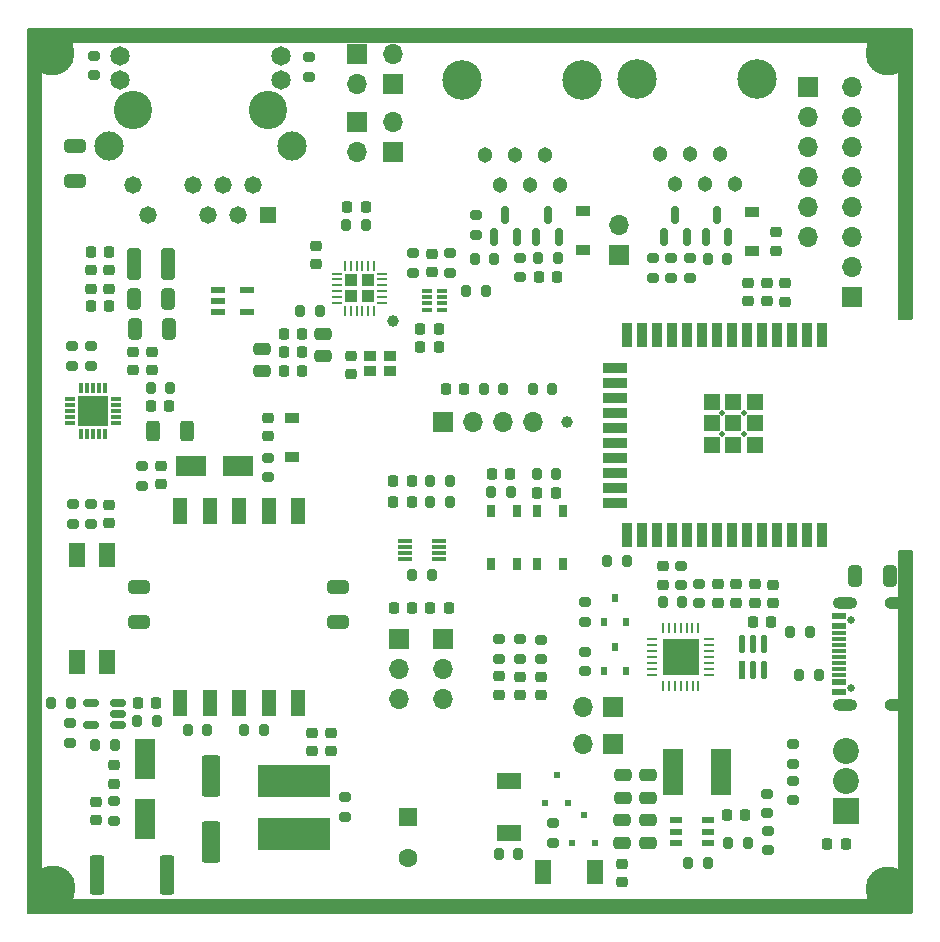
<source format=gbr>
%TF.GenerationSoftware,KiCad,Pcbnew,(6.0.9)*%
%TF.CreationDate,2023-01-10T19:03:16+01:00*%
%TF.ProjectId,P1_shield_board,50315f73-6869-4656-9c64-5f626f617264,V1.0*%
%TF.SameCoordinates,Original*%
%TF.FileFunction,Soldermask,Top*%
%TF.FilePolarity,Negative*%
%FSLAX46Y46*%
G04 Gerber Fmt 4.6, Leading zero omitted, Abs format (unit mm)*
G04 Created by KiCad (PCBNEW (6.0.9)) date 2023-01-10 19:03:16*
%MOMM*%
%LPD*%
G01*
G04 APERTURE LIST*
G04 Aperture macros list*
%AMRoundRect*
0 Rectangle with rounded corners*
0 $1 Rounding radius*
0 $2 $3 $4 $5 $6 $7 $8 $9 X,Y pos of 4 corners*
0 Add a 4 corners polygon primitive as box body*
4,1,4,$2,$3,$4,$5,$6,$7,$8,$9,$2,$3,0*
0 Add four circle primitives for the rounded corners*
1,1,$1+$1,$2,$3*
1,1,$1+$1,$4,$5*
1,1,$1+$1,$6,$7*
1,1,$1+$1,$8,$9*
0 Add four rect primitives between the rounded corners*
20,1,$1+$1,$2,$3,$4,$5,0*
20,1,$1+$1,$4,$5,$6,$7,0*
20,1,$1+$1,$6,$7,$8,$9,0*
20,1,$1+$1,$8,$9,$2,$3,0*%
G04 Aperture macros list end*
%ADD10RoundRect,0.200000X0.275000X-0.200000X0.275000X0.200000X-0.275000X0.200000X-0.275000X-0.200000X0*%
%ADD11RoundRect,0.200000X0.200000X0.275000X-0.200000X0.275000X-0.200000X-0.275000X0.200000X-0.275000X0*%
%ADD12R,1.200000X0.900000*%
%ADD13RoundRect,0.250000X-0.475000X0.250000X-0.475000X-0.250000X0.475000X-0.250000X0.475000X0.250000X0*%
%ADD14RoundRect,0.225000X0.225000X0.250000X-0.225000X0.250000X-0.225000X-0.250000X0.225000X-0.250000X0*%
%ADD15RoundRect,0.200000X-0.200000X-0.275000X0.200000X-0.275000X0.200000X0.275000X-0.200000X0.275000X0*%
%ADD16RoundRect,0.225000X0.250000X-0.225000X0.250000X0.225000X-0.250000X0.225000X-0.250000X-0.225000X0*%
%ADD17RoundRect,0.150000X0.150000X-0.587500X0.150000X0.587500X-0.150000X0.587500X-0.150000X-0.587500X0*%
%ADD18RoundRect,0.225000X-0.250000X0.225000X-0.250000X-0.225000X0.250000X-0.225000X0.250000X0.225000X0*%
%ADD19RoundRect,0.250000X-0.325000X-0.650000X0.325000X-0.650000X0.325000X0.650000X-0.325000X0.650000X0*%
%ADD20R,1.003300X0.558800*%
%ADD21R,2.200000X2.200000*%
%ADD22C,2.200000*%
%ADD23R,1.700000X1.700000*%
%ADD24O,1.700000X1.700000*%
%ADD25R,1.800000X3.500000*%
%ADD26R,1.600000X1.600000*%
%ADD27C,1.600000*%
%ADD28R,1.400000X2.100000*%
%ADD29RoundRect,0.225000X-0.225000X-0.250000X0.225000X-0.250000X0.225000X0.250000X-0.225000X0.250000X0*%
%ADD30R,0.700000X1.000000*%
%ADD31RoundRect,0.200000X-0.275000X0.200000X-0.275000X-0.200000X0.275000X-0.200000X0.275000X0.200000X0*%
%ADD32C,1.000000*%
%ADD33R,2.500000X1.800000*%
%ADD34R,0.569807X1.554139*%
%ADD35RoundRect,0.284904X-0.000001X-0.492165X-0.000001X0.492165X0.000001X0.492165X0.000001X-0.492165X0*%
%ADD36R,0.508000X0.508000*%
%ADD37RoundRect,0.250000X-0.362500X-1.425000X0.362500X-1.425000X0.362500X1.425000X-0.362500X1.425000X0*%
%ADD38C,3.800000*%
%ADD39C,0.660400*%
%ADD40R,1.143000X0.584200*%
%ADD41R,1.143000X0.304800*%
%ADD42O,1.800000X1.000000*%
%ADD43O,2.100000X1.000000*%
%ADD44R,0.900000X2.000000*%
%ADD45R,2.000000X0.900000*%
%ADD46R,1.330000X1.330000*%
%ADD47C,0.500000*%
%ADD48RoundRect,0.250000X-0.650000X0.325000X-0.650000X-0.325000X0.650000X-0.325000X0.650000X0.325000X0*%
%ADD49R,6.100000X2.700000*%
%ADD50RoundRect,0.218750X-0.218750X-0.256250X0.218750X-0.256250X0.218750X0.256250X-0.218750X0.256250X0*%
%ADD51RoundRect,0.250000X0.475000X-0.250000X0.475000X0.250000X-0.475000X0.250000X-0.475000X-0.250000X0*%
%ADD52RoundRect,0.218750X0.218750X0.256250X-0.218750X0.256250X-0.218750X-0.256250X0.218750X-0.256250X0*%
%ADD53RoundRect,0.218750X0.256250X-0.218750X0.256250X0.218750X-0.256250X0.218750X-0.256250X-0.218750X0*%
%ADD54C,3.250000*%
%ADD55R,1.478000X1.478000*%
%ADD56C,1.478000*%
%ADD57C,1.650000*%
%ADD58C,2.475000*%
%ADD59R,0.600000X0.800000*%
%ADD60C,3.350000*%
%ADD61C,1.303000*%
%ADD62RoundRect,0.250000X-0.325000X-1.100000X0.325000X-1.100000X0.325000X1.100000X-0.325000X1.100000X0*%
%ADD63RoundRect,0.088500X-0.516500X-0.206500X0.516500X-0.206500X0.516500X0.206500X-0.516500X0.206500X0*%
%ADD64R,1.701800X3.937000*%
%ADD65R,2.100000X1.400000*%
%ADD66RoundRect,0.218750X-0.256250X0.218750X-0.256250X-0.218750X0.256250X-0.218750X0.256250X0.218750X0*%
%ADD67R,0.239283X0.909637*%
%ADD68RoundRect,0.119642X-0.000001X-0.335176X-0.000001X0.335176X0.000001X0.335176X0.000001X-0.335176X0*%
%ADD69RoundRect,0.119642X0.335176X0.000001X0.335176X-0.000001X-0.335176X-0.000001X-0.335176X0.000001X0*%
%ADD70R,1.123000X1.123000*%
%ADD71R,1.100000X0.900000*%
%ADD72R,1.270000X2.209800*%
%ADD73RoundRect,0.008100X0.551900X0.126900X-0.551900X0.126900X-0.551900X-0.126900X0.551900X-0.126900X0*%
%ADD74RoundRect,0.250000X-0.550000X1.500000X-0.550000X-1.500000X0.550000X-1.500000X0.550000X1.500000X0*%
%ADD75RoundRect,0.250000X-0.312500X-0.625000X0.312500X-0.625000X0.312500X0.625000X-0.312500X0.625000X0*%
%ADD76R,0.900000X0.254000*%
%ADD77R,0.254000X0.900000*%
%ADD78R,3.100000X3.100000*%
%ADD79RoundRect,0.150000X0.512500X0.150000X-0.512500X0.150000X-0.512500X-0.150000X0.512500X-0.150000X0*%
%ADD80RoundRect,0.250000X0.325000X0.650000X-0.325000X0.650000X-0.325000X-0.650000X0.325000X-0.650000X0*%
%ADD81R,1.440000X2.090000*%
%ADD82R,0.840000X0.430000*%
%ADD83R,0.840000X0.330000*%
%ADD84RoundRect,0.007800X0.412200X0.122200X-0.412200X0.122200X-0.412200X-0.122200X0.412200X-0.122200X0*%
%ADD85RoundRect,0.007800X-0.122200X0.412200X-0.122200X-0.412200X0.122200X-0.412200X0.122200X0.412200X0*%
%ADD86R,2.600000X2.600000*%
G04 APERTURE END LIST*
D10*
%TO.C,R11*%
X65100200Y-26606000D03*
X65100200Y-24956000D03*
%TD*%
D11*
%TO.C,R36*%
X74688200Y-82016600D03*
X73038200Y-82016600D03*
%TD*%
D12*
%TO.C,D9*%
X81838800Y-55621916D03*
X81838800Y-58921916D03*
%TD*%
D10*
%TO.C,R72*%
X124256800Y-84899000D03*
X124256800Y-83249000D03*
%TD*%
D13*
%TO.C,C19*%
X109880400Y-85867200D03*
X109880400Y-87767200D03*
%TD*%
D14*
%TO.C,C10*%
X94275000Y-49580800D03*
X92725000Y-49580800D03*
%TD*%
D15*
%TO.C,R69*%
X98082600Y-53187600D03*
X99732600Y-53187600D03*
%TD*%
D14*
%TO.C,C21*%
X66383200Y-41579800D03*
X64833200Y-41579800D03*
%TD*%
D16*
%TO.C,C29*%
X79806800Y-57157916D03*
X79806800Y-55607916D03*
%TD*%
D17*
%TO.C,Q8*%
X98983800Y-40281950D03*
X100883800Y-40281950D03*
X99933800Y-38406950D03*
%TD*%
D16*
%TO.C,C13*%
X117932200Y-71234800D03*
X117932200Y-69684800D03*
%TD*%
D18*
%TO.C,C31*%
X66344800Y-62979000D03*
X66344800Y-64529000D03*
%TD*%
D10*
%TO.C,R78*%
X103962200Y-91553800D03*
X103962200Y-89903800D03*
%TD*%
D19*
%TO.C,C25*%
X68529200Y-48056800D03*
X71479200Y-48056800D03*
%TD*%
D20*
%TO.C,U5*%
X114338100Y-89677199D03*
X114338100Y-90627200D03*
X114338100Y-91577201D03*
X117043200Y-91577201D03*
X117043200Y-90627200D03*
X117043200Y-89677199D03*
%TD*%
D12*
%TO.C,D13*%
X120827800Y-41451800D03*
X120827800Y-38151800D03*
%TD*%
D16*
%TO.C,C16*%
X122552200Y-71261600D03*
X122552200Y-69711600D03*
%TD*%
%TO.C,C17*%
X113258600Y-69710600D03*
X113258600Y-68160600D03*
%TD*%
D21*
%TO.C,J10*%
X128778000Y-88849200D03*
D22*
X128778000Y-86309200D03*
X128778000Y-83769200D03*
%TD*%
D23*
%TO.C,JP8*%
X109072600Y-80086200D03*
D24*
X106532600Y-80086200D03*
%TD*%
D25*
%TO.C,D11*%
X69443600Y-89520400D03*
X69443600Y-84520400D03*
%TD*%
D10*
%TO.C,R50*%
X97409000Y-40090950D03*
X97409000Y-38440950D03*
%TD*%
D17*
%TO.C,Q5*%
X116880600Y-40282100D03*
X118780600Y-40282100D03*
X117830600Y-38407100D03*
%TD*%
D26*
%TO.C,C38*%
X91668600Y-89380949D03*
D27*
X91668600Y-92880949D03*
%TD*%
D28*
%TO.C,D6*%
X107508400Y-94005400D03*
X103108400Y-94005400D03*
%TD*%
D14*
%TO.C,C51*%
X95136000Y-71704200D03*
X93586000Y-71704200D03*
%TD*%
D18*
%TO.C,C39*%
X83566000Y-82283000D03*
X83566000Y-83833000D03*
%TD*%
D16*
%TO.C,C14*%
X119456200Y-71234800D03*
X119456200Y-69684800D03*
%TD*%
D23*
%TO.C,J7*%
X125577600Y-27609800D03*
D24*
X125577600Y-30149800D03*
X125577600Y-32689800D03*
X125577600Y-35229800D03*
X125577600Y-37769800D03*
X125577600Y-40309800D03*
%TD*%
D23*
%TO.C,JP7*%
X109072600Y-83235800D03*
D24*
X106532600Y-83235800D03*
%TD*%
D11*
%TO.C,R70*%
X100393000Y-61883300D03*
X98743000Y-61883300D03*
%TD*%
D16*
%TO.C,C8*%
X93675200Y-43243800D03*
X93675200Y-41693800D03*
%TD*%
D23*
%TO.C,J11*%
X90957400Y-74310000D03*
D24*
X90957400Y-76850000D03*
X90957400Y-79390000D03*
%TD*%
D29*
%TO.C,C47*%
X98767600Y-60325000D03*
X100317600Y-60325000D03*
%TD*%
D11*
%TO.C,R24*%
X117055400Y-93268800D03*
X115405400Y-93268800D03*
%TD*%
%TO.C,R79*%
X104365600Y-42087650D03*
X102715600Y-42087650D03*
%TD*%
D30*
%TO.C,SW1*%
X98721600Y-67959800D03*
X98721600Y-63459800D03*
X100871600Y-67959800D03*
X100871600Y-63459800D03*
%TD*%
D10*
%TO.C,R49*%
X113969800Y-43725600D03*
X113969800Y-42075600D03*
%TD*%
D31*
%TO.C,R45*%
X115544600Y-42063400D03*
X115544600Y-43713400D03*
%TD*%
D16*
%TO.C,C46*%
X120472600Y-45727200D03*
X120472600Y-44177200D03*
%TD*%
D11*
%TO.C,R26*%
X95211400Y-62738000D03*
X93561400Y-62738000D03*
%TD*%
D10*
%TO.C,R10*%
X83261200Y-26733000D03*
X83261200Y-25083000D03*
%TD*%
D31*
%TO.C,R27*%
X63246000Y-49517800D03*
X63246000Y-51167800D03*
%TD*%
D11*
%TO.C,R22*%
X114896400Y-71221600D03*
X113246400Y-71221600D03*
%TD*%
D32*
%TO.C,TP3*%
X90424000Y-47400000D03*
%TD*%
D33*
%TO.C,D10*%
X73329800Y-59684916D03*
X77329800Y-59684916D03*
%TD*%
D34*
%TO.C,D4*%
X119950000Y-76925417D03*
D35*
X120900001Y-76925417D03*
X121850001Y-76925417D03*
X121850001Y-74774582D03*
X120900001Y-74774582D03*
X119950000Y-74774582D03*
%TD*%
D17*
%TO.C,Q7*%
X113375400Y-40282100D03*
X115275400Y-40282100D03*
X114325400Y-38407100D03*
%TD*%
D23*
%TO.C,J12*%
X94665800Y-74310000D03*
D24*
X94665800Y-76850000D03*
X94665800Y-79390000D03*
%TD*%
D31*
%TO.C,R14*%
X99415600Y-74346800D03*
X99415600Y-75996800D03*
%TD*%
%TO.C,R33*%
X63296800Y-62929000D03*
X63296800Y-64579000D03*
%TD*%
D11*
%TO.C,R38*%
X70421000Y-81229200D03*
X68771000Y-81229200D03*
%TD*%
D36*
%TO.C,Q3*%
X103316999Y-88234800D03*
X105217001Y-88234800D03*
X104267000Y-85847200D03*
%TD*%
D18*
%TO.C,C36*%
X65227200Y-88125000D03*
X65227200Y-89675000D03*
%TD*%
D31*
%TO.C,R37*%
X66802000Y-88075000D03*
X66802000Y-89725000D03*
%TD*%
D37*
%TO.C,R1*%
X65338100Y-94310200D03*
X71263100Y-94310200D03*
%TD*%
D16*
%TO.C,C45*%
X122047400Y-45727200D03*
X122047400Y-44177200D03*
%TD*%
D38*
%TO.C,H3*%
X61569600Y-24739600D03*
%TD*%
D15*
%TO.C,R61*%
X82563200Y-46532800D03*
X84213200Y-46532800D03*
%TD*%
D14*
%TO.C,C6*%
X82715400Y-49987200D03*
X81165400Y-49987200D03*
%TD*%
D29*
%TO.C,C50*%
X90487200Y-71704200D03*
X92037200Y-71704200D03*
%TD*%
D16*
%TO.C,C30*%
X70789800Y-61227000D03*
X70789800Y-59677000D03*
%TD*%
D39*
%TO.C,J2*%
X129211999Y-78480399D03*
X129211999Y-72700401D03*
D40*
X128137000Y-78790400D03*
X128137000Y-72390400D03*
X128137000Y-77990401D03*
D41*
X128137000Y-76840400D03*
X128137000Y-75840400D03*
X128137000Y-75340400D03*
X128137000Y-74340400D03*
D40*
X128137000Y-73190399D03*
D41*
X128137000Y-73840401D03*
X128137000Y-74840399D03*
X128137000Y-76340401D03*
X128137000Y-77340399D03*
D42*
X132892000Y-79910402D03*
X132892000Y-71270398D03*
D43*
X128712000Y-79910402D03*
X128712000Y-71270398D03*
%TD*%
D38*
%TO.C,H1*%
X132283200Y-95453200D03*
%TD*%
D44*
%TO.C,U3*%
X126722800Y-48548400D03*
X125452800Y-48548400D03*
X124182800Y-48548400D03*
X122912800Y-48548400D03*
X121642800Y-48548400D03*
X120372800Y-48548400D03*
X119102800Y-48548400D03*
X117832800Y-48548400D03*
X116562800Y-48548400D03*
X115292800Y-48548400D03*
X114022800Y-48548400D03*
X112752800Y-48548400D03*
X111482800Y-48548400D03*
X110212800Y-48548400D03*
D45*
X109212800Y-51333400D03*
X109212800Y-52603400D03*
X109212800Y-53873400D03*
X109212800Y-55143400D03*
X109212800Y-56413400D03*
X109212800Y-57683400D03*
X109212800Y-58953400D03*
X109212800Y-60223400D03*
X109212800Y-61493400D03*
X109212800Y-62763400D03*
D44*
X110212800Y-65548400D03*
X111482800Y-65548400D03*
X112752800Y-65548400D03*
X114022800Y-65548400D03*
X115292800Y-65548400D03*
X116562800Y-65548400D03*
X117832800Y-65548400D03*
X119102800Y-65548400D03*
X120372800Y-65548400D03*
X121642800Y-65548400D03*
X122912800Y-65548400D03*
X124182800Y-65548400D03*
X125452800Y-65548400D03*
X126722800Y-65548400D03*
D46*
X121057800Y-57883400D03*
D47*
X118305300Y-55143400D03*
D46*
X117387800Y-56048400D03*
X119222800Y-57883400D03*
X121057800Y-54213400D03*
X119222800Y-54213400D03*
D47*
X120142000Y-56972200D03*
D46*
X119222800Y-56048400D03*
D47*
X120140300Y-55143400D03*
X118307000Y-56972200D03*
D46*
X117387800Y-57883400D03*
X121057800Y-56048400D03*
X117387800Y-54213400D03*
%TD*%
D48*
%TO.C,C33*%
X85775800Y-69893916D03*
X85775800Y-72843916D03*
%TD*%
D16*
%TO.C,C41*%
X122809000Y-41440400D03*
X122809000Y-39890400D03*
%TD*%
D23*
%TO.C,JP3*%
X90398600Y-27360800D03*
D24*
X90398600Y-24820800D03*
%TD*%
D31*
%TO.C,R32*%
X79806800Y-58986916D03*
X79806800Y-60636916D03*
%TD*%
D13*
%TO.C,C18*%
X111963200Y-85867200D03*
X111963200Y-87767200D03*
%TD*%
D23*
%TO.C,JP9*%
X109575600Y-41788000D03*
D24*
X109575600Y-39248000D03*
%TD*%
D49*
%TO.C,L6*%
X82042000Y-90845200D03*
X82042000Y-86345200D03*
%TD*%
D50*
%TO.C,D8*%
X90449300Y-62738000D03*
X92024300Y-62738000D03*
%TD*%
D31*
%TO.C,R15*%
X101193600Y-74346800D03*
X101193600Y-75996800D03*
%TD*%
D50*
%TO.C,D7*%
X90449300Y-60909200D03*
X92024300Y-60909200D03*
%TD*%
D18*
%TO.C,C2*%
X83870800Y-41033400D03*
X83870800Y-42583400D03*
%TD*%
D11*
%TO.C,R23*%
X120459000Y-91567000D03*
X118809000Y-91567000D03*
%TD*%
D10*
%TO.C,R41*%
X63105800Y-83121000D03*
X63105800Y-81471000D03*
%TD*%
D51*
%TO.C,C53*%
X111963200Y-91577200D03*
X111963200Y-89677200D03*
%TD*%
D52*
%TO.C,L2*%
X122437500Y-72870000D03*
X120862500Y-72870000D03*
%TD*%
D15*
%TO.C,R77*%
X99378000Y-92532200D03*
X101028000Y-92532200D03*
%TD*%
D32*
%TO.C,TP34*%
X105105200Y-55905400D03*
%TD*%
D18*
%TO.C,C34*%
X66802000Y-85026200D03*
X66802000Y-86576200D03*
%TD*%
D53*
%TO.C,D3*%
X101193600Y-79096700D03*
X101193600Y-77521700D03*
%TD*%
D31*
%TO.C,R43*%
X122097800Y-87440000D03*
X122097800Y-89090000D03*
%TD*%
D10*
%TO.C,R42*%
X86309200Y-89369400D03*
X86309200Y-87719400D03*
%TD*%
D18*
%TO.C,C27*%
X68427600Y-50025000D03*
X68427600Y-51575000D03*
%TD*%
D38*
%TO.C,H2*%
X132283200Y-24739600D03*
%TD*%
D54*
%TO.C,J1*%
X68402200Y-29514800D03*
X79832200Y-29514800D03*
D55*
X79832200Y-38404800D03*
D56*
X78562200Y-35864800D03*
X77292200Y-38404800D03*
X76022200Y-35864800D03*
X74752200Y-38404800D03*
X73482200Y-35864800D03*
X69672200Y-38404800D03*
X68402200Y-35864800D03*
D57*
X80897200Y-26974800D03*
X80897200Y-24944800D03*
X67337200Y-26974800D03*
X67337200Y-24944800D03*
D58*
X81862200Y-32564800D03*
X66372200Y-32564800D03*
%TD*%
D59*
%TO.C,Q1*%
X108283800Y-72841200D03*
X110183800Y-72841200D03*
X109233800Y-70821200D03*
%TD*%
D11*
%TO.C,R40*%
X63118000Y-79756000D03*
X61468000Y-79756000D03*
%TD*%
D48*
%TO.C,C1*%
X63500000Y-32561000D03*
X63500000Y-35511000D03*
%TD*%
D60*
%TO.C,J3*%
X111074200Y-26947000D03*
X121234200Y-26947000D03*
D61*
X119329200Y-35837000D03*
X118059200Y-33297000D03*
X116789200Y-35837000D03*
X115519200Y-33297000D03*
X114249200Y-35837000D03*
X112979200Y-33297000D03*
%TD*%
D10*
%TO.C,R18*%
X106693800Y-72847200D03*
X106693800Y-71197200D03*
%TD*%
D13*
%TO.C,C3*%
X79324200Y-49748400D03*
X79324200Y-51648400D03*
%TD*%
%TO.C,C5*%
X84480400Y-48478400D03*
X84480400Y-50378400D03*
%TD*%
D62*
%TO.C,C23*%
X68451200Y-42595800D03*
X71401200Y-42595800D03*
%TD*%
D29*
%TO.C,C55*%
X118706600Y-89255600D03*
X120256600Y-89255600D03*
%TD*%
D10*
%TO.C,R19*%
X106680000Y-77050400D03*
X106680000Y-75400400D03*
%TD*%
D48*
%TO.C,C32*%
X68884800Y-69899000D03*
X68884800Y-72849000D03*
%TD*%
D23*
%TO.C,JP4*%
X87325200Y-24810800D03*
D24*
X87325200Y-27350800D03*
%TD*%
D23*
%TO.C,JP1*%
X87325200Y-30530800D03*
D24*
X87325200Y-33070800D03*
%TD*%
D16*
%TO.C,C15*%
X121031000Y-71247800D03*
X121031000Y-69697800D03*
%TD*%
D63*
%TO.C,U1*%
X75582500Y-44750000D03*
X75582500Y-45700000D03*
X75582500Y-46650000D03*
X78092500Y-46650000D03*
X78092500Y-44750000D03*
%TD*%
D11*
%TO.C,R74*%
X93687400Y-68935600D03*
X92037400Y-68935600D03*
%TD*%
D14*
%TO.C,C7*%
X82715400Y-48463200D03*
X81165400Y-48463200D03*
%TD*%
D10*
%TO.C,R65*%
X92087200Y-43293800D03*
X92087200Y-41643800D03*
%TD*%
D15*
%TO.C,R66*%
X96609400Y-44856400D03*
X98259400Y-44856400D03*
%TD*%
D31*
%TO.C,R71*%
X124256800Y-86309200D03*
X124256800Y-87959200D03*
%TD*%
D11*
%TO.C,R16*%
X126478800Y-77343000D03*
X124828800Y-77343000D03*
%TD*%
D31*
%TO.C,R13*%
X102920800Y-74385400D03*
X102920800Y-76035400D03*
%TD*%
D16*
%TO.C,C44*%
X123621800Y-45745400D03*
X123621800Y-44195400D03*
%TD*%
D36*
%TO.C,Q4*%
X105602999Y-91567000D03*
X107503001Y-91567000D03*
X106553000Y-89179400D03*
%TD*%
D53*
%TO.C,D2*%
X99415600Y-79058100D03*
X99415600Y-77483100D03*
%TD*%
D64*
%TO.C,L3*%
X118160800Y-85598000D03*
X114147600Y-85598000D03*
%TD*%
D29*
%TO.C,C48*%
X102628400Y-61925200D03*
X104178400Y-61925200D03*
%TD*%
D65*
%TO.C,D5*%
X100203000Y-86319000D03*
X100203000Y-90719000D03*
%TD*%
D10*
%TO.C,R47*%
X112420400Y-43725600D03*
X112420400Y-42075600D03*
%TD*%
D66*
%TO.C,L5*%
X64846200Y-43078300D03*
X64846200Y-44653300D03*
%TD*%
D29*
%TO.C,C35*%
X68833200Y-79705200D03*
X70383200Y-79705200D03*
%TD*%
D67*
%TO.C,U2*%
X86329200Y-46529046D03*
D68*
X86829200Y-46529046D03*
X87329200Y-46529046D03*
X87829201Y-46529046D03*
X88329201Y-46529046D03*
X88829201Y-46529046D03*
D69*
X89480447Y-45877800D03*
X89480447Y-45377800D03*
X89480447Y-44877800D03*
X89480447Y-44377799D03*
X89480447Y-43877799D03*
X89480447Y-43377799D03*
D68*
X88829201Y-42726553D03*
X88329201Y-42726553D03*
X87829201Y-42726553D03*
X87329200Y-42726553D03*
X86829200Y-42726553D03*
X86329200Y-42726553D03*
D69*
X85677954Y-43377799D03*
X85677954Y-43877799D03*
X85677954Y-44377799D03*
X85677954Y-44877800D03*
X85677954Y-45377800D03*
X85677954Y-45877800D03*
D70*
X88265000Y-43942000D03*
X88265000Y-45313600D03*
X86890700Y-45316300D03*
X86890700Y-43939300D03*
%TD*%
D10*
%TO.C,R34*%
X64820800Y-64579000D03*
X64820800Y-62929000D03*
%TD*%
D11*
%TO.C,R73*%
X104253800Y-60350400D03*
X102603800Y-60350400D03*
%TD*%
%TO.C,R28*%
X71538600Y-53086000D03*
X69888600Y-53086000D03*
%TD*%
D29*
%TO.C,C9*%
X92725000Y-48056800D03*
X94275000Y-48056800D03*
%TD*%
D10*
%TO.C,R31*%
X69138800Y-61327800D03*
X69138800Y-59677800D03*
%TD*%
D59*
%TO.C,Q2*%
X108276900Y-77057600D03*
X110176900Y-77057600D03*
X109226900Y-75037600D03*
%TD*%
D14*
%TO.C,C49*%
X128740200Y-91694000D03*
X127190200Y-91694000D03*
%TD*%
D71*
%TO.C,Y1*%
X88500000Y-51650000D03*
X90200000Y-51650000D03*
X90200000Y-50350000D03*
X88500000Y-50350000D03*
%TD*%
D72*
%TO.C,TR1*%
X72393800Y-63500000D03*
X74893800Y-63500000D03*
X77393800Y-63500000D03*
X79893800Y-63500000D03*
X82393800Y-63500000D03*
X82393800Y-79756000D03*
X79893800Y-79756000D03*
X77393800Y-79756000D03*
X74893800Y-79756000D03*
X72393800Y-79756000D03*
%TD*%
D73*
%TO.C,U9*%
X94278900Y-67552000D03*
X94278900Y-67052000D03*
X94278900Y-66552000D03*
X94278900Y-66052000D03*
X91468900Y-66052000D03*
X91468900Y-66552000D03*
X91468900Y-67052000D03*
X91468900Y-67552000D03*
%TD*%
D15*
%TO.C,R48*%
X97346000Y-42110750D03*
X98996000Y-42110750D03*
%TD*%
D30*
%TO.C,SW2*%
X102631950Y-67963100D03*
X102631950Y-63463100D03*
X104781950Y-67963100D03*
X104781950Y-63463100D03*
%TD*%
D14*
%TO.C,C43*%
X96431400Y-53187600D03*
X94881400Y-53187600D03*
%TD*%
D31*
%TO.C,R20*%
X116357400Y-69647800D03*
X116357400Y-71297800D03*
%TD*%
D51*
%TO.C,C54*%
X109826200Y-91577200D03*
X109826200Y-89677200D03*
%TD*%
D74*
%TO.C,C37*%
X74980800Y-85896800D03*
X74980800Y-91496800D03*
%TD*%
D31*
%TO.C,R46*%
X101203800Y-42024650D03*
X101203800Y-43674650D03*
%TD*%
D50*
%TO.C,L1*%
X81152900Y-51638200D03*
X82727900Y-51638200D03*
%TD*%
D11*
%TO.C,R80*%
X118718600Y-42138600D03*
X117068600Y-42138600D03*
%TD*%
D75*
%TO.C,R30*%
X70063900Y-56743600D03*
X72988900Y-56743600D03*
%TD*%
D76*
%TO.C,U4*%
X117211250Y-77344400D03*
X117211250Y-76844400D03*
X117211250Y-76344400D03*
X117211250Y-75844400D03*
X117211250Y-75344400D03*
X117211250Y-74844400D03*
X117211250Y-74344400D03*
D77*
X116271450Y-73380600D03*
X115771450Y-73380600D03*
X115271450Y-73380600D03*
X114771450Y-73380600D03*
X114271450Y-73380600D03*
X113771450Y-73380600D03*
X113271450Y-73380600D03*
D76*
X112309050Y-74344400D03*
X112309050Y-74844400D03*
X112309050Y-75344400D03*
X112309050Y-75844400D03*
X112309050Y-76344400D03*
X112309050Y-76844400D03*
X112309050Y-77344400D03*
D77*
X113272850Y-78308200D03*
X113772850Y-78308200D03*
X114272850Y-78308200D03*
X114772850Y-78308200D03*
X115272850Y-78308200D03*
X115772850Y-78308200D03*
X116272850Y-78308200D03*
D78*
X114772850Y-75844400D03*
%TD*%
D66*
%TO.C,L4*%
X66370200Y-43078300D03*
X66370200Y-44653300D03*
%TD*%
D23*
%TO.C,JP2*%
X90398600Y-33080800D03*
D24*
X90398600Y-30540800D03*
%TD*%
D60*
%TO.C,J4*%
X106426000Y-26972400D03*
X96266000Y-26972400D03*
D61*
X104521000Y-35862400D03*
X103251000Y-33322400D03*
X101981000Y-35862400D03*
X100711000Y-33322400D03*
X99441000Y-35862400D03*
X98171000Y-33322400D03*
%TD*%
D79*
%TO.C,U8*%
X67138900Y-81620400D03*
X67138900Y-80670400D03*
X67138900Y-79720400D03*
X64863900Y-79720400D03*
X64863900Y-81620400D03*
%TD*%
D19*
%TO.C,C24*%
X68451200Y-45516800D03*
X71401200Y-45516800D03*
%TD*%
D15*
%TO.C,R67*%
X108547400Y-67716400D03*
X110197400Y-67716400D03*
%TD*%
D31*
%TO.C,R44*%
X122123200Y-90538800D03*
X122123200Y-92188800D03*
%TD*%
D18*
%TO.C,C20*%
X109804200Y-93332000D03*
X109804200Y-94882000D03*
%TD*%
D23*
%TO.C,J6*%
X94650400Y-55930800D03*
D24*
X97190400Y-55930800D03*
X99730400Y-55930800D03*
X102270400Y-55930800D03*
%TD*%
D11*
%TO.C,R68*%
X103898200Y-53187600D03*
X102248200Y-53187600D03*
%TD*%
D14*
%TO.C,C22*%
X66396200Y-46151800D03*
X64846200Y-46151800D03*
%TD*%
D80*
%TO.C,C52*%
X132490000Y-68986400D03*
X129540000Y-68986400D03*
%TD*%
D31*
%TO.C,R21*%
X114833400Y-68110600D03*
X114833400Y-69760600D03*
%TD*%
D18*
%TO.C,C28*%
X70002400Y-50025000D03*
X70002400Y-51575000D03*
%TD*%
D81*
%TO.C,U7*%
X63677800Y-76295000D03*
X66217800Y-76295000D03*
X66217800Y-67215000D03*
X63677800Y-67215000D03*
%TD*%
D10*
%TO.C,R64*%
X95199200Y-43293800D03*
X95199200Y-41643800D03*
%TD*%
D31*
%TO.C,R29*%
X64871600Y-49517800D03*
X64871600Y-51167800D03*
%TD*%
D12*
%TO.C,D12*%
X106502200Y-41423950D03*
X106502200Y-38123950D03*
%TD*%
D23*
%TO.C,J5*%
X129260600Y-45364400D03*
D24*
X129260600Y-42824400D03*
X129260600Y-40284400D03*
X129260600Y-37744400D03*
X129260600Y-35204400D03*
X129260600Y-32664400D03*
X129260600Y-30124400D03*
X129260600Y-27584400D03*
%TD*%
D53*
%TO.C,D1*%
X102920800Y-79096700D03*
X102920800Y-77521700D03*
%TD*%
D17*
%TO.C,Q6*%
X102555000Y-40281950D03*
X104455000Y-40281950D03*
X103505000Y-38406950D03*
%TD*%
D18*
%TO.C,C40*%
X85140800Y-82283000D03*
X85140800Y-83833000D03*
%TD*%
D38*
%TO.C,H4*%
X61620400Y-95402400D03*
%TD*%
D15*
%TO.C,R35*%
X77813400Y-82016600D03*
X79463400Y-82016600D03*
%TD*%
D82*
%TO.C,RN1*%
X94569200Y-46443800D03*
X93289200Y-46443800D03*
D83*
X94569200Y-45893800D03*
X93289200Y-45893800D03*
X94569200Y-45393800D03*
X93289200Y-45393800D03*
D82*
X94569200Y-44843800D03*
X93289200Y-44843800D03*
%TD*%
D14*
%TO.C,C26*%
X71488600Y-54610000D03*
X69938600Y-54610000D03*
%TD*%
%TO.C,C42*%
X104330800Y-43634750D03*
X102780800Y-43634750D03*
%TD*%
D11*
%TO.C,R58*%
X88099400Y-39293800D03*
X86449400Y-39293800D03*
%TD*%
D15*
%TO.C,R39*%
X65188600Y-83261200D03*
X66838600Y-83261200D03*
%TD*%
D11*
%TO.C,R17*%
X125715000Y-73700000D03*
X124065000Y-73700000D03*
%TD*%
D84*
%TO.C,U6*%
X66935500Y-56016400D03*
X66935500Y-55516400D03*
X66935500Y-55016400D03*
X66935500Y-54516400D03*
X66935500Y-54016400D03*
D85*
X66000500Y-53081400D03*
X65500500Y-53081400D03*
X65000500Y-53081400D03*
X64500500Y-53081400D03*
X64000500Y-53081400D03*
D84*
X63065500Y-54016400D03*
X63065500Y-54516400D03*
X63065500Y-55016400D03*
X63065500Y-55516400D03*
X63065500Y-56016400D03*
D85*
X64000500Y-56951400D03*
X64500500Y-56951400D03*
X65000500Y-56951400D03*
X65500500Y-56951400D03*
X66000500Y-56951400D03*
D86*
X65000500Y-55016400D03*
%TD*%
D14*
%TO.C,C4*%
X88100200Y-37744400D03*
X86550200Y-37744400D03*
%TD*%
D18*
%TO.C,C11*%
X86817200Y-50355200D03*
X86817200Y-51905200D03*
%TD*%
D11*
%TO.C,R25*%
X95211400Y-60909200D03*
X93561400Y-60909200D03*
%TD*%
G36*
X60622721Y-96133602D02*
G01*
X60669214Y-96187258D01*
X60680600Y-96239600D01*
X60680600Y-96349485D01*
X60685075Y-96364724D01*
X60686465Y-96365929D01*
X60694148Y-96367600D01*
X133154085Y-96367600D01*
X133169324Y-96363125D01*
X133170529Y-96361735D01*
X133172200Y-96354052D01*
X133172200Y-96239600D01*
X133192202Y-96171479D01*
X133245858Y-96124986D01*
X133298200Y-96113600D01*
X134290800Y-96113600D01*
X134358921Y-96133602D01*
X134405414Y-96187258D01*
X134416800Y-96239600D01*
X134416800Y-97472800D01*
X134396798Y-97540921D01*
X134343142Y-97587414D01*
X134290800Y-97598800D01*
X59562000Y-97598800D01*
X59493879Y-97578798D01*
X59447386Y-97525142D01*
X59436000Y-97472800D01*
X59436000Y-96239600D01*
X59456002Y-96171479D01*
X59509658Y-96124986D01*
X59562000Y-96113600D01*
X60554600Y-96113600D01*
X60622721Y-96133602D01*
G37*
G36*
X60876721Y-22626002D02*
G01*
X60923214Y-22679658D01*
X60934600Y-22732000D01*
X60934600Y-23724600D01*
X60914598Y-23792721D01*
X60860942Y-23839214D01*
X60808600Y-23850600D01*
X60698715Y-23850600D01*
X60683476Y-23855075D01*
X60682271Y-23856465D01*
X60680600Y-23864148D01*
X60680600Y-97472800D01*
X60660598Y-97540921D01*
X60606942Y-97587414D01*
X60554600Y-97598800D01*
X59562000Y-97598800D01*
X59493879Y-97578798D01*
X59447386Y-97525142D01*
X59436000Y-97472800D01*
X59436000Y-22732000D01*
X59456002Y-22663879D01*
X59509658Y-22617386D01*
X59562000Y-22606000D01*
X60808600Y-22606000D01*
X60876721Y-22626002D01*
G37*
G36*
X134358921Y-22626002D02*
G01*
X134405414Y-22679658D01*
X134416800Y-22732000D01*
X134416800Y-47168800D01*
X134396798Y-47236921D01*
X134343142Y-47283414D01*
X134290800Y-47294800D01*
X133298200Y-47294800D01*
X133230079Y-47274798D01*
X133183586Y-47221142D01*
X133172200Y-47168800D01*
X133172200Y-23868715D01*
X133167725Y-23853476D01*
X133166335Y-23852271D01*
X133158652Y-23850600D01*
X133044200Y-23850600D01*
X132976079Y-23830598D01*
X132929586Y-23776942D01*
X132918200Y-23724600D01*
X132918200Y-22732000D01*
X132938202Y-22663879D01*
X132991858Y-22617386D01*
X133044200Y-22606000D01*
X134290800Y-22606000D01*
X134358921Y-22626002D01*
G37*
G36*
X134358921Y-66822002D02*
G01*
X134405414Y-66875658D01*
X134416800Y-66928000D01*
X134416800Y-97472800D01*
X134396798Y-97540921D01*
X134343142Y-97587414D01*
X134290800Y-97598800D01*
X133044200Y-97598800D01*
X132976079Y-97578798D01*
X132929586Y-97525142D01*
X132918200Y-97472800D01*
X132918200Y-96493600D01*
X132938202Y-96425479D01*
X132991858Y-96378986D01*
X133044200Y-96367600D01*
X133154085Y-96367600D01*
X133169324Y-96363125D01*
X133170529Y-96361735D01*
X133172200Y-96354052D01*
X133172200Y-66928000D01*
X133192202Y-66859879D01*
X133245858Y-66813386D01*
X133298200Y-66802000D01*
X134290800Y-66802000D01*
X134358921Y-66822002D01*
G37*
G36*
X134358921Y-22626002D02*
G01*
X134405414Y-22679658D01*
X134416800Y-22732000D01*
X134416800Y-23978600D01*
X134396798Y-24046721D01*
X134343142Y-24093214D01*
X134290800Y-24104600D01*
X133298200Y-24104600D01*
X133230079Y-24084598D01*
X133183586Y-24030942D01*
X133172200Y-23978600D01*
X133172200Y-23868715D01*
X133167725Y-23853476D01*
X133166335Y-23852271D01*
X133158652Y-23850600D01*
X60698715Y-23850600D01*
X60683476Y-23855075D01*
X60682271Y-23856465D01*
X60680600Y-23864148D01*
X60680600Y-23978600D01*
X60660598Y-24046721D01*
X60606942Y-24093214D01*
X60554600Y-24104600D01*
X59562000Y-24104600D01*
X59493879Y-24084598D01*
X59447386Y-24030942D01*
X59436000Y-23978600D01*
X59436000Y-22732000D01*
X59456002Y-22663879D01*
X59509658Y-22617386D01*
X59562000Y-22606000D01*
X134290800Y-22606000D01*
X134358921Y-22626002D01*
G37*
M02*

</source>
